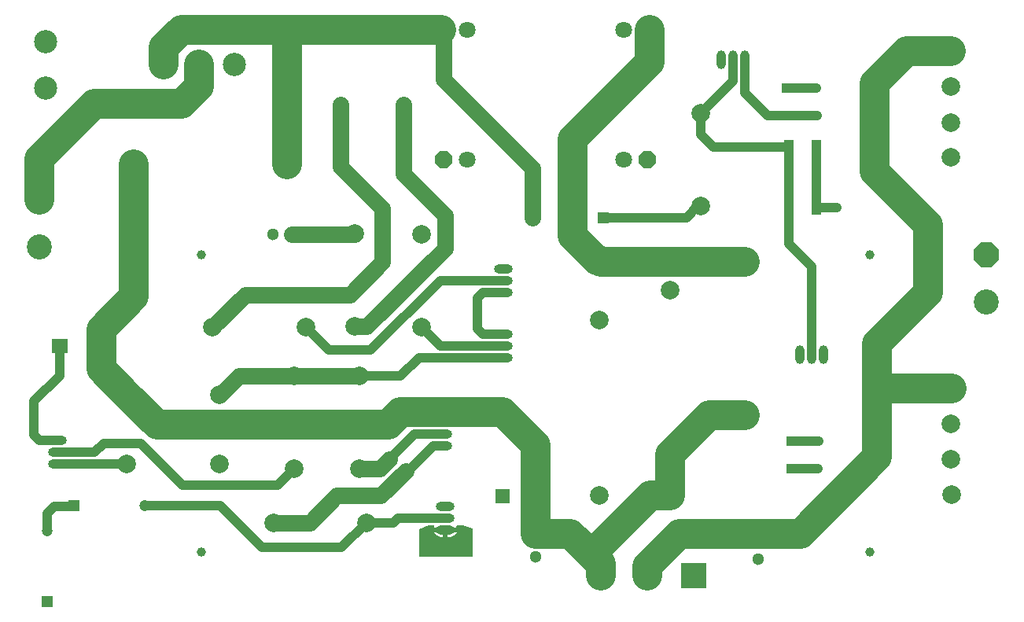
<source format=gtl>
G04*
G04 #@! TF.GenerationSoftware,Altium Limited,Altium Designer,20.0.11 (256)*
G04*
G04 Layer_Physical_Order=1*
G04 Layer_Color=255*
%FSLAX25Y25*%
%MOIN*%
G70*
G01*
G75*
%ADD20R,0.06890X0.05906*%
%ADD28C,0.08661*%
%ADD29R,0.08661X0.08661*%
%ADD30R,0.08661X0.08661*%
%ADD40C,0.04724*%
%ADD41R,0.04724X0.04724*%
%ADD42R,0.04724X0.04724*%
%ADD48R,0.03937X0.06299*%
%ADD49R,0.06299X0.03937*%
%ADD50C,0.03937*%
%ADD51C,0.07087*%
%ADD52C,0.12598*%
%ADD53O,0.03937X0.07874*%
%ADD54O,0.03937X0.07874*%
%ADD55O,0.07874X0.03937*%
%ADD56O,0.07874X0.03937*%
%ADD57C,0.07900*%
%ADD58R,0.06496X0.06496*%
%ADD59C,0.06496*%
%ADD60C,0.07874*%
%ADD61R,0.07874X0.07874*%
%ADD62C,0.09843*%
%ADD63P,0.11506X8X292.5*%
%ADD64C,0.10630*%
%ADD65R,0.11024X0.11024*%
%ADD66C,0.11024*%
%ADD67C,0.05118*%
%ADD68R,0.05118X0.05118*%
%ADD69P,0.07671X8X202.5*%
%ADD70C,0.07087*%
%ADD71R,0.05118X0.05118*%
%ADD72C,0.03937*%
%ADD73C,0.02362*%
G36*
X199605Y49455D02*
Y37402D01*
X176969D01*
Y49134D01*
X181102Y50787D01*
X183327D01*
X183567Y50287D01*
X183422Y49937D01*
X192956D01*
X192811Y50287D01*
X193050Y50787D01*
X195276D01*
X199605Y49455D01*
D02*
G37*
%LPC*%
G36*
X192956Y47937D02*
X189189D01*
Y45943D01*
X190157D01*
X190932Y46045D01*
X191655Y46344D01*
X192275Y46820D01*
X192751Y47440D01*
X192956Y47937D01*
D02*
G37*
G36*
X187189D02*
X183422D01*
X183627Y47440D01*
X184103Y46820D01*
X184723Y46344D01*
X185445Y46045D01*
X186221Y45943D01*
X187189D01*
Y47937D01*
D02*
G37*
%LPD*%
D20*
X24606Y126969D02*
D03*
X39370D02*
D03*
D28*
X56118Y203740D02*
D03*
X314959Y97434D02*
D03*
D29*
X121063Y203740D02*
D03*
D30*
X314959Y162379D02*
D03*
D40*
X225146Y181102D02*
D03*
X60681Y59055D02*
D03*
X19291Y48476D02*
D03*
X143701Y259106D02*
D03*
X170276D02*
D03*
D41*
X255169Y181102D02*
D03*
X30658Y59055D02*
D03*
D42*
X19291Y18453D02*
D03*
X143701Y229083D02*
D03*
X170276D02*
D03*
D48*
X345472Y185324D02*
D03*
X333661D02*
D03*
X345472Y211010D02*
D03*
X333661D02*
D03*
D49*
X335630Y86614D02*
D03*
Y74803D02*
D03*
X333661Y236221D02*
D03*
Y224410D02*
D03*
D50*
X296260Y216535D02*
Y225394D01*
X301785Y211010D02*
X333661D01*
X296260Y216535D02*
X301785Y211010D01*
X296260Y225394D02*
X309961Y239094D01*
X156496Y125000D02*
X186102Y154606D01*
X212598D01*
X138779Y125000D02*
X156496D01*
X60681Y59055D02*
X92634D01*
X110351Y41339D01*
X144095D01*
X171260Y73819D02*
X172244D01*
X182913Y84488D02*
X187008D01*
X172244Y73819D02*
X182913Y84488D01*
X30264Y58661D02*
X30658Y59055D01*
X22441Y58661D02*
X30264D01*
X19442Y55663D02*
X22441Y58661D01*
X19291Y48476D02*
X19442Y48627D01*
Y55663D01*
X144095Y41339D02*
X154724Y51968D01*
X166142D01*
X168110Y53937D01*
X188189D01*
X333661Y236221D02*
X345472D01*
X336614Y224410D02*
X345822D01*
X333661D02*
X336614D01*
X324803D02*
X333661D01*
X345472Y185324D02*
X354047D01*
X345472D02*
Y211010D01*
X314961Y234252D02*
X324803Y224410D01*
X314961Y234252D02*
Y248031D01*
X309961Y239094D02*
Y248031D01*
X333661Y185324D02*
Y211010D01*
Y170276D02*
Y185324D01*
Y170276D02*
X343425Y160512D01*
Y123031D02*
Y160512D01*
X335630Y74803D02*
X345918D01*
X335630Y86614D02*
X346457D01*
X402244Y93504D02*
X402559Y93819D01*
X255169Y181102D02*
X290273D01*
X295195Y186024D01*
X296260D01*
X201772Y147300D02*
X204078Y149606D01*
X201772Y134196D02*
Y147300D01*
X204078Y149606D02*
X212598D01*
X128937Y134843D02*
X138779Y125000D01*
X204078Y131890D02*
X212598D01*
X201772Y134196D02*
X204078Y131890D01*
X186102Y126890D02*
X212598D01*
X178150Y134843D02*
X186102Y126890D01*
X151575Y114068D02*
X169187D01*
X177008Y121890D01*
X212598D01*
X402339Y221457D02*
X402499Y221617D01*
X13780Y89078D02*
Y103347D01*
X24606Y114173D02*
Y126969D01*
X13780Y103347D02*
X24606Y114173D01*
X16086Y86772D02*
X23622D01*
X13780Y89078D02*
X16086Y86772D01*
X43307Y85630D02*
X59055D01*
X39449Y81772D02*
X43307Y85630D01*
X59055D02*
X76772Y67913D01*
X117231D02*
X124016Y74698D01*
X76772Y67913D02*
X117231D01*
X175118Y89488D02*
X187008D01*
X164370Y78740D02*
X175118Y89488D01*
X23622Y76772D02*
X53150D01*
X23622Y81772D02*
X39449D01*
X255169Y181102D02*
X255488Y181421D01*
D51*
X143701Y202756D02*
X161417Y185039D01*
X147638Y148622D02*
X161417Y162402D01*
Y185039D01*
X154829Y135144D02*
X187922Y168237D01*
X170276Y199803D02*
X187922Y182157D01*
Y168237D02*
Y182157D01*
X149845Y135144D02*
X154829D01*
X170276Y199803D02*
Y229083D01*
X149694Y134993D02*
X149845Y135144D01*
X103347Y148622D02*
X147638D01*
X143701Y202756D02*
Y229083D01*
X130709Y51968D02*
X142126Y63386D01*
X160827D02*
X171260Y73819D01*
X142126Y63386D02*
X160827D01*
X115354Y51968D02*
X130709D01*
X225146Y181102D02*
Y202020D01*
X187362Y239803D02*
Y260827D01*
Y239803D02*
X225146Y202020D01*
X89567Y134843D02*
X103347Y148622D01*
X178074Y174288D02*
X178150Y174213D01*
X149694Y174363D02*
X149769Y174288D01*
X123031Y174213D02*
X149543D01*
X149694Y174363D01*
X124016Y114068D02*
X151575D01*
X123911Y114173D02*
X124016Y114068D01*
X100607Y114173D02*
X123911D01*
X92520Y106299D02*
X92733D01*
X100607Y114173D01*
X151575Y74698D02*
X151725Y74849D01*
X160479D01*
X164370Y78740D01*
D52*
X16043Y188976D02*
Y206004D01*
X383583Y251693D02*
X402559D01*
X370079Y238189D02*
X383583Y251693D01*
X370079Y200787D02*
Y238189D01*
X226378Y47260D02*
X241126D01*
X253937Y29528D02*
Y34449D01*
X241126Y47260D02*
X253937Y34449D01*
X42323Y126969D02*
Y133858D01*
Y117126D02*
Y126969D01*
X187008Y98756D02*
X192815D01*
X275064Y63450D02*
X283518D01*
X169228Y98756D02*
X187008D01*
X253937Y42323D02*
X275064Y63450D01*
X371063Y108816D02*
Y127953D01*
Y108816D02*
X402619D01*
X371063Y79724D02*
Y108816D01*
X287402Y47244D02*
X338583D01*
X370079Y200787D02*
X392717Y178150D01*
Y149606D02*
Y178150D01*
X371063Y127953D02*
X392717Y149606D01*
X300190Y97434D02*
X314959D01*
X283518Y80762D02*
X300190Y97434D01*
X253518Y163056D02*
X254172Y162402D01*
X314936D02*
X314959Y162379D01*
X254172Y162402D02*
X314936D01*
X242126Y173389D02*
X252459Y163056D01*
X242126Y214567D02*
X274622Y247063D01*
X242126Y173389D02*
Y214567D01*
X252459Y163056D02*
X253518D01*
X283518Y63450D02*
Y80762D01*
X338583Y47244D02*
X371063Y79724D01*
X274622Y247063D02*
Y260827D01*
X120079D02*
X143701D01*
X170276D02*
X186520D01*
X143701D02*
X170276D01*
X273622Y29528D02*
Y33465D01*
X287402Y47244D01*
X53150Y106299D02*
X65945Y93504D01*
X42323Y117126D02*
X53150Y106299D01*
X42323Y133858D02*
X56118Y147653D01*
Y203740D01*
X76278Y260827D02*
X120079D01*
X121063Y203740D02*
Y259842D01*
X120079Y260827D02*
X121063Y259842D01*
X68898Y246063D02*
Y253447D01*
X76278Y260827D01*
X16043Y206004D02*
X39370Y229331D01*
X76478D01*
X83858Y236711D02*
Y246063D01*
X76478Y229331D02*
X83858Y236711D01*
X65945Y93504D02*
X163976D01*
X169228Y98756D01*
X226378Y47260D02*
Y84834D01*
X212509Y98702D02*
X226378Y84834D01*
X192869Y98702D02*
X212509D01*
X192815Y98756D02*
X192869Y98702D01*
D53*
X314961Y248031D02*
D03*
X309961D02*
D03*
X338425Y123031D02*
D03*
X343425D02*
D03*
D54*
X304961Y248031D02*
D03*
X348425Y123031D02*
D03*
D55*
X212598Y131890D02*
D03*
Y159606D02*
D03*
X23622Y86772D02*
D03*
X187008Y94488D02*
D03*
X188189Y48937D02*
D03*
D56*
X212598Y126890D02*
D03*
Y121890D02*
D03*
Y149606D02*
D03*
Y154606D02*
D03*
X23622Y81772D02*
D03*
Y76772D02*
D03*
X187008Y84488D02*
D03*
Y89488D02*
D03*
X188189Y53937D02*
D03*
Y58937D02*
D03*
D57*
X253518Y63450D02*
D03*
Y137859D02*
D03*
Y163056D02*
D03*
X283518Y150458D02*
D03*
Y63450D02*
D03*
D58*
X212509Y63269D02*
D03*
D59*
Y98702D02*
D03*
D60*
X402499Y221617D02*
D03*
Y236696D02*
D03*
X402559Y206693D02*
D03*
X402619Y63816D02*
D03*
X402559Y93819D02*
D03*
Y78740D02*
D03*
X296260Y186024D02*
D03*
Y225394D02*
D03*
X151575Y74698D02*
D03*
Y114068D02*
D03*
X115354Y51968D02*
D03*
X154724D02*
D03*
X53150Y76772D02*
D03*
X92520D02*
D03*
X128937Y134843D02*
D03*
X89567D02*
D03*
X178150D02*
D03*
Y174213D02*
D03*
X124016Y74698D02*
D03*
Y114068D02*
D03*
X53150Y106299D02*
D03*
X92520D02*
D03*
X149694Y134993D02*
D03*
Y174363D02*
D03*
D61*
X402559Y251693D02*
D03*
X402619Y108816D02*
D03*
D62*
X68898Y246063D02*
D03*
X18898Y255906D02*
D03*
Y236221D02*
D03*
X83858Y246063D02*
D03*
X98819D02*
D03*
D63*
X417323Y165354D02*
D03*
X16043Y188976D02*
D03*
D64*
X417323Y145354D02*
D03*
X16043Y168976D02*
D03*
D65*
X293307Y29528D02*
D03*
D66*
X273622D02*
D03*
X253937D02*
D03*
D67*
X226378Y37402D02*
D03*
X320866Y36417D02*
D03*
X115157Y174213D02*
D03*
D68*
X226378Y45276D02*
D03*
X320866Y44291D02*
D03*
D69*
X273780Y260827D02*
D03*
X187362D02*
D03*
X273780Y205709D02*
D03*
X187362D02*
D03*
D70*
X263779Y260827D02*
D03*
X197362D02*
D03*
X263779Y205709D02*
D03*
X197362D02*
D03*
D71*
X123031Y174213D02*
D03*
D72*
X368110Y165354D02*
D03*
X84646D02*
D03*
X368110Y39370D02*
D03*
X84646D02*
D03*
D73*
X194633Y39865D02*
D03*
X188189Y39370D02*
D03*
X197343Y44193D02*
D03*
X181496Y39764D02*
D03*
X179035Y44094D02*
D03*
X345472Y236221D02*
D03*
X354047Y185324D02*
D03*
X345822Y224410D02*
D03*
X345918Y74803D02*
D03*
X346457Y86614D02*
D03*
M02*

</source>
